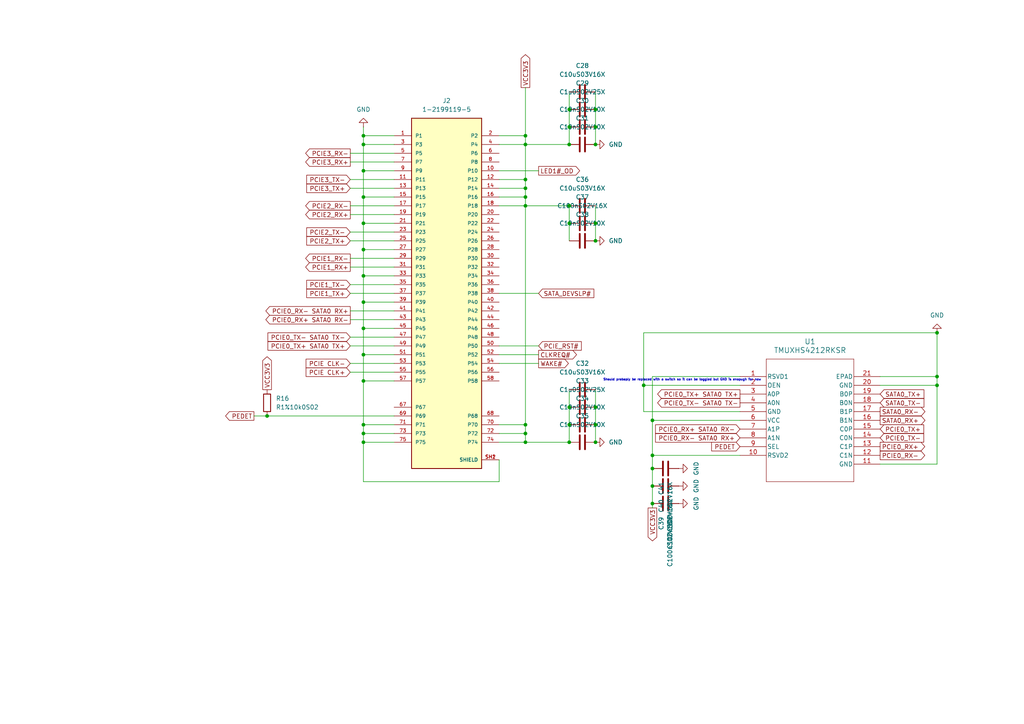
<source format=kicad_sch>
(kicad_sch (version 20250114) (generator "eeschema") (generator_version "9.0")
  (paper "A4")
  (lib_symbols
    (symbol "1-2199119-5:1-2199119-5" (pin_names (offset 1.016))
      (property "Reference" "J" (at -10.1938 51.7746 0))
      (property "Value" "1-2199119-5" (at -10.1934 -53.5506 0))
      (symbol "1-2199119-5_0_0"
        (rectangle (start -10.16 -50.8) (end 10.16 50.8) (stroke (width 0.254)) (fill (type background)))
        (pin passive line (at -15.24 45.72 0) (length 5.08) (name "P1") (number "1"))
        (pin passive line (at -15.24 43.18 0) (length 5.08) (name "P3") (number "3"))
        (pin passive line (at -15.24 40.64 0) (length 5.08) (name "P5") (number "5"))
        (pin passive line (at -15.24 38.1 0) (length 5.08) (name "P7") (number "7"))
        (pin passive line (at -15.24 35.56 0) (length 5.08) (name "P9") (number "9"))
        (pin passive line (at -15.24 33.02 0) (length 5.08) (name "P11") (number "11"))
        (pin passive line (at -15.24 30.48 0) (length 5.08) (name "P13") (number "13"))
        (pin passive line (at -15.24 27.94 0) (length 5.08) (name "P15") (number "15"))
        (pin passive line (at -15.24 25.4 0) (length 5.08) (name "P17") (number "17"))
        (pin passive line (at -15.24 22.86 0) (length 5.08) (name "P19") (number "19"))
        (pin passive line (at -15.24 20.32 0) (length 5.08) (name "P21") (number "21"))
        (pin passive line (at -15.24 17.78 0) (length 5.08) (name "P23") (number "23"))
        (pin passive line (at -15.24 15.24 0) (length 5.08) (name "P25") (number "25"))
        (pin passive line (at -15.24 12.7 0) (length 5.08) (name "P27") (number "27"))
        (pin passive line (at -15.24 10.16 0) (length 5.08) (name "P29") (number "29"))
        (pin passive line (at -15.24 7.62 0) (length 5.08) (name "P31") (number "31"))
        (pin passive line (at -15.24 5.08 0) (length 5.08) (name "P33") (number "33"))
        (pin passive line (at -15.24 2.54 0) (length 5.08) (name "P35") (number "35"))
        (pin passive line (at -15.24 0 0) (length 5.08) (name "P37") (number "37"))
        (pin passive line (at -15.24 -2.54 0) (length 5.08) (name "P39") (number "39"))
        (pin passive line (at -15.24 -5.08 0) (length 5.08) (name "P41") (number "41"))
        (pin passive line (at -15.24 -7.62 0) (length 5.08) (name "P43") (number "43"))
        (pin passive line (at -15.24 -10.16 0) (length 5.08) (name "P45") (number "45"))
        (pin passive line (at -15.24 -12.7 0) (length 5.08) (name "P47") (number "47"))
        (pin passive line (at -15.24 -15.24 0) (length 5.08) (name "P49") (number "49"))
        (pin passive line (at -15.24 -17.78 0) (length 5.08) (name "P51") (number "51"))
        (pin passive line (at -15.24 -20.32 0) (length 5.08) (name "P53") (number "53"))
        (pin passive line (at -15.24 -22.86 0) (length 5.08) (name "P55") (number "55"))
        (pin passive line (at -15.24 -25.4 0) (length 5.08) (name "P57") (number "57"))
        (pin passive line (at -15.24 -33.02 0) (length 5.08) (name "P67") (number "67"))
        (pin passive line (at -15.24 -35.56 0) (length 5.08) (name "P69") (number "69"))
        (pin passive line (at -15.24 -38.1 0) (length 5.08) (name "P71") (number "71"))
        (pin passive line (at -15.24 -40.64 0) (length 5.08) (name "P73") (number "73"))
        (pin passive line (at -15.24 -43.18 0) (length 5.08) (name "P75") (number "75"))
        (pin passive line (at 15.24 45.72 180) (length 5.08) (name "P2") (number "2"))
        (pin passive line (at 15.24 43.18 180) (length 5.08) (name "P4") (number "4"))
        (pin passive line (at 15.24 40.64 180) (length 5.08) (name "P6") (number "6"))
        (pin passive line (at 15.24 38.1 180) (length 5.08) (name "P8") (number "8"))
        (pin passive line (at 15.24 35.56 180) (length 5.08) (name "P10") (number "10"))
        (pin passive line (at 15.24 33.02 180) (length 5.08) (name "P12") (number "12"))
        (pin passive line (at 15.24 30.48 180) (length 5.08) (name "P14") (number "14"))
        (pin passive line (at 15.24 27.94 180) (length 5.08) (name "P16") (number "16"))
        (pin passive line (at 15.24 25.4 180) (length 5.08) (name "P18") (number "18"))
        (pin passive line (at 15.24 22.86 180) (length 5.08) (name "P20") (number "20"))
        (pin passive line (at 15.24 20.32 180) (length 5.08) (name "P22") (number "22"))
        (pin passive line (at 15.24 17.78 180) (length 5.08) (name "P24") (number "24"))
        (pin passive line (at 15.24 15.24 180) (length 5.08) (name "P26") (number "26"))
        (pin passive line (at 15.24 12.7 180) (length 5.08) (name "P28") (number "28"))
        (pin passive line (at 15.24 10.16 180) (length 5.08) (name "P30") (number "30"))
        (pin passive line (at 15.24 7.62 180) (length 5.08) (name "P32") (number "32"))
        (pin passive line (at 15.24 5.08 180) (length 5.08) (name "P34") (number "34"))
        (pin passive line (at 15.24 2.54 180) (length 5.08) (name "P36") (number "36"))
        (pin passive line (at 15.24 0 180) (length 5.08) (name "P38") (number "38"))
        (pin passive line (at 15.24 -2.54 180) (length 5.08) (name "P40") (number "40"))
        (pin passive line (at 15.24 -5.08 180) (length 5.08) (name "P42") (number "42"))
        (pin passive line (at 15.24 -7.62 180) (length 5.08) (name "P44") (number "44"))
        (pin passive line (at 15.24 -10.16 180) (length 5.08) (name "P46") (number "46"))
        (pin passive line (at 15.24 -12.7 180) (length 5.08) (name "P48") (number "48"))
        (pin passive line (at 15.24 -15.24 180) (length 5.08) (name "P50") (number "50"))
        (pin passive line (at 15.24 -17.78 180) (length 5.08) (name "P52") (number "52"))
        (pin passive line (at 15.24 -20.32 180) (length 5.08) (name "P54") (number "54"))
        (pin passive line (at 15.24 -22.86 180) (length 5.08) (name "P56") (number "56"))
        (pin passive line (at 15.24 -25.4 180) (length 5.08) (name "P58") (number "58"))
        (pin passive line (at 15.24 -35.56 180) (length 5.08) (name "P68") (number "68"))
        (pin passive line (at 15.24 -38.1 180) (length 5.08) (name "P70") (number "70"))
        (pin passive line (at 15.24 -40.64 180) (length 5.08) (name "P72") (number "72"))
        (pin passive line (at 15.24 -43.18 180) (length 5.08) (name "P74") (number "74"))
        (pin passive line (at 15.24 -48.26 180) (length 5.08) (name "SHIELD") (number "SH1"))
        (pin passive line (at 15.24 -48.26 180) (length 5.08) (name "SHIELD") (number "SH2"))
      )
    )
    (symbol "Device:C" (pin_numbers (hide yes)) (pin_names (offset 0.254))
      (property "Reference" "C" (at 0.635 2.54 0))
      (property "Value" "C" (at 0.635 -2.54 0))
      (symbol "C_0_1"
        (polyline (pts (xy -2.032 0.762) (xy 2.032 0.762)) (stroke (width 0.508)))
        (polyline (pts (xy -2.032 -0.762) (xy 2.032 -0.762)) (stroke (width 0.508)))
      )
      (symbol "C_1_1"
        (pin passive line (at 0 3.81 270) (length 2.794) (name "~") (number "1"))
        (pin passive line (at 0 -3.81 90) (length 2.794) (name "~") (number "2"))
      )
    )
    (symbol "Device:R" (pin_numbers (hide yes)) (pin_names (offset 0))
      (property "Reference" "R" (at 2.032 0 90))
      (property "Value" "R" (at 0 0 90))
      (symbol "R_0_1"
        (rectangle (start -1.016 -2.54) (end 1.016 2.54) (stroke (width 0.254)))
      )
      (symbol "R_1_1"
        (pin passive line (at 0 3.81 270) (length 1.27) (name "~") (number "1"))
        (pin passive line (at 0 -3.81 90) (length 1.27) (name "~") (number "2"))
      )
    )
    (symbol "TMUXHS4212RKSR:TMUXHS4212RKSR" (pin_names (offset 0.254))
      (property "Reference" "U" (at 20.32 10.16 0))
      (property "Value" "TMUXHS4212RKSR" (at 20.32 7.62 0))
      (symbol "TMUXHS4212RKSR_0_1"
        (polyline (pts (xy 7.62 5.08) (xy 7.62 -30.48)) (stroke (width 0.127)))
        (polyline (pts (xy 7.62 -30.48) (xy 33.02 -30.48)) (stroke (width 0.127)))
        (polyline (pts (xy 33.02 5.08) (xy 7.62 5.08)) (stroke (width 0.127)))
        (polyline (pts (xy 33.02 -30.48) (xy 33.02 5.08)) (stroke (width 0.127)))
        (pin bidirectional line (at 0 0 0) (length 7.62) (name "RSVD1") (number "1"))
        (pin input line (at 0 -2.54 0) (length 7.62) (name "OEN") (number "2"))
        (pin bidirectional line (at 0 -5.08 0) (length 7.62) (name "A0P") (number "3"))
        (pin bidirectional line (at 0 -7.62 0) (length 7.62) (name "A0N") (number "4"))
        (pin power_out line (at 0 -10.16 0) (length 7.62) (name "GND") (number "5"))
        (pin power_in line (at 0 -12.7 0) (length 7.62) (name "VCC") (number "6"))
        (pin bidirectional line (at 0 -15.24 0) (length 7.62) (name "A1P") (number "7"))
        (pin bidirectional line (at 0 -17.78 0) (length 7.62) (name "A1N") (number "8"))
        (pin input line (at 0 -20.32 0) (length 7.62) (name "SEL") (number "9"))
        (pin bidirectional line (at 0 -22.86 0) (length 7.62) (name "RSVD2") (number "10"))
        (pin unspecified line (at 40.64 0 180) (length 7.62) (name "EPAD") (number "21"))
        (pin power_out line (at 40.64 -2.54 180) (length 7.62) (name "GND") (number "20"))
        (pin bidirectional line (at 40.64 -5.08 180) (length 7.62) (name "B0P") (number "19"))
        (pin bidirectional line (at 40.64 -7.62 180) (length 7.62) (name "B0N") (number "18"))
        (pin bidirectional line (at 40.64 -10.16 180) (length 7.62) (name "B1P") (number "17"))
        (pin bidirectional line (at 40.64 -12.7 180) (length 7.62) (name "B1N") (number "16"))
        (pin bidirectional line (at 40.64 -15.24 180) (length 7.62) (name "C0P") (number "15"))
        (pin bidirectional line (at 40.64 -17.78 180) (length 7.62) (name "C0N") (number "14"))
        (pin bidirectional line (at 40.64 -20.32 180) (length 7.62) (name "C1P") (number "13"))
        (pin bidirectional line (at 40.64 -22.86 180) (length 7.62) (name "C1N") (number "12"))
        (pin power_out line (at 40.64 -25.4 180) (length 7.62) (name "GND") (number "11"))
      )
    )
    (symbol "power:GND" (power) (pin_numbers (hide yes)) (pin_names (offset 0) (hide yes))
      (property "Value" "GND" (at 0 -3.81 0))
      (symbol "GND_0_1"
        (polyline (pts (xy 0 0) (xy 0 -1.27) (xy 1.27 -1.27) (xy 0 -2.54) (xy -1.27 -1.27) (xy 0 -1.27)))
      )
      (symbol "GND_1_1"
        (pin power_in line (at 0 0 270) (length 0) (name "~") (number "1"))
      )
    )
  )
  (text "Should probaply be replaced with a switch so it can be toggled but GND is enopugh for now" (at 197.866 110.236 0) (effects (font (size 0.635 0.635))))
  (junction (at 77.47 120.65))
  (junction (at 165.1 59.69))
  (junction (at 105.41 87.63))
  (junction (at 165.1 64.77))
  (junction (at 152.4 39.37))
  (junction (at 271.78 96.52))
  (junction (at 172.72 41.91))
  (junction (at 105.41 39.37))
  (junction (at 105.41 64.77))
  (junction (at 165.1 31.75))
  (junction (at 186.69 111.76))
  (junction (at 189.23 135.89))
  (junction (at 165.1 123.19))
  (junction (at 165.1 36.83))
  (junction (at 165.1 41.91))
  (junction (at 189.23 146.05))
  (junction (at 105.41 57.15))
  (junction (at 105.41 41.91))
  (junction (at 172.72 64.77))
  (junction (at 105.41 123.19))
  (junction (at 105.41 95.25))
  (junction (at 152.4 57.15))
  (junction (at 105.41 102.87))
  (junction (at 165.1 118.11))
  (junction (at 152.4 128.27))
  (junction (at 152.4 54.61))
  (junction (at 172.72 123.19))
  (junction (at 152.4 41.91))
  (junction (at 271.78 109.22))
  (junction (at 105.41 72.39))
  (junction (at 172.72 118.11))
  (junction (at 172.72 128.27))
  (junction (at 152.4 59.69))
  (junction (at 152.4 123.19))
  (junction (at 152.4 125.73))
  (junction (at 105.41 128.27))
  (junction (at 172.72 31.75))
  (junction (at 189.23 132.08))
  (junction (at 165.1 128.27))
  (junction (at 105.41 110.49))
  (junction (at 152.4 52.07))
  (junction (at 172.72 69.85))
  (junction (at 105.41 125.73))
  (junction (at 172.72 36.83))
  (junction (at 189.23 140.97))
  (junction (at 189.23 121.92))
  (junction (at 105.41 80.01))
  (junction (at 271.78 111.76))
  (junction (at 105.41 49.53))
  (wire (pts (xy 152.4 57.15) (xy 152.4 54.61)))
  (wire (pts (xy 101.6 97.79) (xy 114.3 97.79)))
  (wire (pts (xy 172.72 59.69) (xy 172.72 64.77)))
  (wire (pts (xy 165.1 118.11) (xy 165.1 123.19)))
  (wire (pts (xy 172.72 113.03) (xy 172.72 118.11)))
  (wire (pts (xy 255.27 111.76) (xy 271.78 111.76)))
  (wire (pts (xy 144.78 125.73) (xy 152.4 125.73)))
  (wire (pts (xy 152.4 41.91) (xy 165.1 41.91)))
  (wire (pts (xy 101.6 100.33) (xy 114.3 100.33)))
  (wire (pts (xy 189.23 135.89) (xy 189.23 140.97)))
  (wire (pts (xy 186.69 96.52) (xy 271.78 96.52)))
  (wire (pts (xy 105.41 41.91) (xy 105.41 39.37)))
  (wire (pts (xy 172.72 31.75) (xy 172.72 36.83)))
  (wire (pts (xy 172.72 118.11) (xy 172.72 123.19)))
  (wire (pts (xy 77.47 120.65) (xy 114.3 120.65)))
  (wire (pts (xy 105.41 72.39) (xy 105.41 64.77)))
  (wire (pts (xy 101.6 77.47) (xy 114.3 77.47)))
  (wire (pts (xy 186.69 111.76) (xy 214.63 111.76)))
  (wire (pts (xy 114.3 57.15) (xy 105.41 57.15)))
  (wire (pts (xy 105.41 123.19) (xy 105.41 110.49)))
  (wire (pts (xy 114.3 49.53) (xy 105.41 49.53)))
  (wire (pts (xy 114.3 72.39) (xy 105.41 72.39)))
  (wire (pts (xy 144.78 128.27) (xy 152.4 128.27)))
  (wire (pts (xy 105.41 57.15) (xy 105.41 49.53)))
  (wire (pts (xy 105.41 49.53) (xy 105.41 41.91)))
  (wire (pts (xy 189.23 146.05) (xy 189.23 147.32)))
  (wire (pts (xy 105.41 95.25) (xy 105.41 102.87)))
  (wire (pts (xy 105.41 64.77) (xy 105.41 57.15)))
  (wire (pts (xy 105.41 110.49) (xy 105.41 102.87)))
  (wire (pts (xy 101.6 105.41) (xy 114.3 105.41)))
  (wire (pts (xy 144.78 102.87) (xy 156.21 102.87)))
  (wire (pts (xy 114.3 87.63) (xy 105.41 87.63)))
  (wire (pts (xy 105.41 87.63) (xy 105.41 80.01)))
  (wire (pts (xy 172.72 64.77) (xy 172.72 69.85)))
  (wire (pts (xy 165.1 59.69) (xy 165.1 64.77)))
  (wire (pts (xy 189.23 132.08) (xy 189.23 135.89)))
  (wire (pts (xy 114.3 95.25) (xy 105.41 95.25)))
  (wire (pts (xy 152.4 59.69) (xy 165.1 59.69)))
  (wire (pts (xy 73.66 120.65) (xy 77.47 120.65)))
  (wire (pts (xy 144.78 59.69) (xy 152.4 59.69)))
  (wire (pts (xy 152.4 25.4) (xy 152.4 39.37)))
  (wire (pts (xy 105.41 95.25) (xy 105.41 87.63)))
  (wire (pts (xy 152.4 128.27) (xy 165.1 128.27)))
  (wire (pts (xy 214.63 119.38) (xy 186.69 119.38)))
  (wire (pts (xy 144.78 52.07) (xy 152.4 52.07)))
  (wire (pts (xy 114.3 123.19) (xy 105.41 123.19)))
  (wire (pts (xy 165.1 26.67) (xy 165.1 31.75)))
  (wire (pts (xy 271.78 109.22) (xy 271.78 96.52)))
  (wire (pts (xy 152.4 59.69) (xy 152.4 57.15)))
  (wire (pts (xy 172.72 26.67) (xy 172.72 31.75)))
  (wire (pts (xy 101.6 46.99) (xy 114.3 46.99)))
  (wire (pts (xy 101.6 62.23) (xy 114.3 62.23)))
  (wire (pts (xy 144.78 139.7) (xy 105.41 139.7)))
  (wire (pts (xy 144.78 54.61) (xy 152.4 54.61)))
  (wire (pts (xy 101.6 90.17) (xy 114.3 90.17)))
  (wire (pts (xy 255.27 109.22) (xy 271.78 109.22)))
  (wire (pts (xy 165.1 113.03) (xy 165.1 118.11)))
  (wire (pts (xy 101.6 67.31) (xy 114.3 67.31)))
  (wire (pts (xy 101.6 92.71) (xy 114.3 92.71)))
  (wire (pts (xy 172.72 36.83) (xy 172.72 41.91)))
  (wire (pts (xy 165.1 64.77) (xy 165.1 69.85)))
  (wire (pts (xy 152.4 123.19) (xy 152.4 59.69)))
  (wire (pts (xy 114.3 39.37) (xy 105.41 39.37)))
  (wire (pts (xy 105.41 125.73) (xy 105.41 123.19)))
  (wire (pts (xy 101.6 44.45) (xy 114.3 44.45)))
  (wire (pts (xy 114.3 102.87) (xy 105.41 102.87)))
  (wire (pts (xy 101.6 54.61) (xy 114.3 54.61)))
  (wire (pts (xy 144.78 123.19) (xy 152.4 123.19)))
  (wire (pts (xy 101.6 107.95) (xy 114.3 107.95)))
  (wire (pts (xy 144.78 105.41) (xy 156.21 105.41)))
  (wire (pts (xy 152.4 125.73) (xy 152.4 123.19)))
  (wire (pts (xy 105.41 128.27) (xy 105.41 125.73)))
  (wire (pts (xy 144.78 85.09) (xy 156.21 85.09)))
  (wire (pts (xy 101.6 74.93) (xy 114.3 74.93)))
  (wire (pts (xy 189.23 121.92) (xy 189.23 109.22)))
  (wire (pts (xy 114.3 64.77) (xy 105.41 64.77)))
  (wire (pts (xy 189.23 121.92) (xy 214.63 121.92)))
  (wire (pts (xy 114.3 110.49) (xy 105.41 110.49)))
  (wire (pts (xy 189.23 121.92) (xy 189.23 132.08)))
  (wire (pts (xy 189.23 140.97) (xy 189.23 146.05)))
  (wire (pts (xy 144.78 41.91) (xy 152.4 41.91)))
  (wire (pts (xy 144.78 49.53) (xy 156.21 49.53)))
  (wire (pts (xy 101.6 69.85) (xy 114.3 69.85)))
  (wire (pts (xy 189.23 132.08) (xy 214.63 132.08)))
  (wire (pts (xy 271.78 134.62) (xy 271.78 111.76)))
  (wire (pts (xy 152.4 52.07) (xy 152.4 41.91)))
  (wire (pts (xy 101.6 59.69) (xy 114.3 59.69)))
  (wire (pts (xy 165.1 31.75) (xy 165.1 36.83)))
  (wire (pts (xy 271.78 111.76) (xy 271.78 109.22)))
  (wire (pts (xy 186.69 119.38) (xy 186.69 111.76)))
  (wire (pts (xy 105.41 39.37) (xy 105.41 36.83)))
  (wire (pts (xy 152.4 41.91) (xy 152.4 39.37)))
  (wire (pts (xy 114.3 41.91) (xy 105.41 41.91)))
  (wire (pts (xy 189.23 109.22) (xy 214.63 109.22)))
  (wire (pts (xy 114.3 80.01) (xy 105.41 80.01)))
  (wire (pts (xy 165.1 36.83) (xy 165.1 41.91)))
  (wire (pts (xy 255.27 134.62) (xy 271.78 134.62)))
  (wire (pts (xy 105.41 139.7) (xy 105.41 128.27)))
  (wire (pts (xy 144.78 100.33) (xy 156.21 100.33)))
  (wire (pts (xy 186.69 111.76) (xy 186.69 96.52)))
  (wire (pts (xy 165.1 123.19) (xy 165.1 128.27)))
  (wire (pts (xy 114.3 125.73) (xy 105.41 125.73)))
  (wire (pts (xy 114.3 128.27) (xy 105.41 128.27)))
  (wire (pts (xy 172.72 123.19) (xy 172.72 128.27)))
  (wire (pts (xy 101.6 52.07) (xy 114.3 52.07)))
  (wire (pts (xy 152.4 54.61) (xy 152.4 52.07)))
  (wire (pts (xy 105.41 80.01) (xy 105.41 72.39)))
  (wire (pts (xy 152.4 128.27) (xy 152.4 125.73)))
  (wire (pts (xy 101.6 85.09) (xy 114.3 85.09)))
  (wire (pts (xy 101.6 82.55) (xy 114.3 82.55)))
  (wire (pts (xy 144.78 133.35) (xy 144.78 139.7)))
  (wire (pts (xy 152.4 39.37) (xy 144.78 39.37)))
  (wire (pts (xy 144.78 57.15) (xy 152.4 57.15)))
  (global_label "PCIE2_TX+" (shape input) (at 101.6 69.85 180) (property "Intersheetrefs" "${INTERSHEET_REFS}" (effects (hide yes))))
  (global_label "SATA0_RX+" (shape output) (at 255.27 121.92 0) (property "Intersheetrefs" "${INTERSHEET_REFS}" (effects (hide yes))))
  (global_label "PCIE CLK-" (shape input) (at 101.6 105.41 180) (property "Intersheetrefs" "${INTERSHEET_REFS}" (effects (hide yes))))
  (global_label "VCC3V3" (shape output) (at 189.23 147.32 270) (property "Intersheetrefs" "${INTERSHEET_REFS}" (effects (hide yes))))
  (global_label "PEDET" (shape output) (at 73.66 120.65 180) (property "Intersheetrefs" "${INTERSHEET_REFS}" (effects (hide yes))))
  (global_label "PEDET" (shape input) (at 214.63 129.54 180) (property "Intersheetrefs" "${INTERSHEET_REFS}" (effects (hide yes))))
  (global_label "SATA0_TX+" (shape input) (at 255.27 114.3 0) (property "Intersheetrefs" "${INTERSHEET_REFS}" (effects (hide yes))))
  (global_label "PCIE3_RX-" (shape output) (at 101.6 44.45 180) (property "Intersheetrefs" "${INTERSHEET_REFS}" (effects (hide yes))))
  (global_label "PCIE0_TX- SATA0 TX-" (shape output) (at 214.63 116.84 180) (property "Intersheetrefs" "${INTERSHEET_REFS}" (effects (hide yes))))
  (global_label "PCIE1_RX+" (shape output) (at 101.6 77.47 180) (property "Intersheetrefs" "${INTERSHEET_REFS}" (effects (hide yes))))
  (global_label "PCIE0_RX- SATA0 RX+" (shape input) (at 214.63 127 180) (property "Intersheetrefs" "${INTERSHEET_REFS}" (effects (hide yes))))
  (global_label "SATA0_RX-" (shape output) (at 255.27 119.38 0) (property "Intersheetrefs" "${INTERSHEET_REFS}" (effects (hide yes))))
  (global_label "PCIE1_TX-" (shape input) (at 101.6 82.55 180) (property "Intersheetrefs" "${INTERSHEET_REFS}" (effects (hide yes))))
  (global_label "PCIE2_RX+" (shape output) (at 101.6 62.23 180) (property "Intersheetrefs" "${INTERSHEET_REFS}" (effects (hide yes))))
  (global_label "CLKREQ#" (shape output) (at 156.21 102.87 0) (property "Intersheetrefs" "${INTERSHEET_REFS}" (effects (hide yes))))
  (global_label "PCIE0_RX- SATA0 RX+" (shape output) (at 101.6 90.17 180) (property "Intersheetrefs" "${INTERSHEET_REFS}" (effects (hide yes))))
  (global_label "VCC3V3" (shape output) (at 152.4 25.4 90) (property "Intersheetrefs" "${INTERSHEET_REFS}" (effects (hide yes))))
  (global_label "PCIE0_RX+" (shape output) (at 255.27 129.54 0) (property "Intersheetrefs" "${INTERSHEET_REFS}" (effects (hide yes))))
  (global_label "VCC3V3" (shape output) (at 77.47 113.03 90) (property "Intersheetrefs" "${INTERSHEET_REFS}" (effects (hide yes))))
  (global_label "LED1#_OD" (shape output) (at 156.21 49.53 0) (property "Intersheetrefs" "${INTERSHEET_REFS}" (effects (hide yes))))
  (global_label "SATA0_TX-" (shape input) (at 255.27 116.84 0) (property "Intersheetrefs" "${INTERSHEET_REFS}" (effects (hide yes))))
  (global_label "WAKE#" (shape output) (at 156.21 105.41 0) (property "Intersheetrefs" "${INTERSHEET_REFS}" (effects (hide yes))))
  (global_label "PCIE0_TX-" (shape input) (at 255.27 127 0) (property "Intersheetrefs" "${INTERSHEET_REFS}" (effects (hide yes))))
  (global_label "PCIE0_RX+ SATA0 RX-" (shape output) (at 101.6 92.71 180) (property "Intersheetrefs" "${INTERSHEET_REFS}" (effects (hide yes))))
  (global_label "PCIE2_RX-" (shape output) (at 101.6 59.69 180) (property "Intersheetrefs" "${INTERSHEET_REFS}" (effects (hide yes))))
  (global_label "PCIE0_TX+ SATA0 TX+" (shape output) (at 214.63 114.3 180) (property "Intersheetrefs" "${INTERSHEET_REFS}" (effects (hide yes))))
  (global_label "PCIE3_TX+" (shape input) (at 101.6 54.61 180) (property "Intersheetrefs" "${INTERSHEET_REFS}" (effects (hide yes))))
  (global_label "PCIE0_TX- SATA0 TX-" (shape input) (at 101.6 97.79 180) (property "Intersheetrefs" "${INTERSHEET_REFS}" (effects (hide yes))))
  (global_label "PCIE2_TX-" (shape input) (at 101.6 67.31 180) (property "Intersheetrefs" "${INTERSHEET_REFS}" (effects (hide yes))))
  (global_label "PCIE3_TX-" (shape input) (at 101.6 52.07 180) (property "Intersheetrefs" "${INTERSHEET_REFS}" (effects (hide yes))))
  (global_label "PCIE1_TX+" (shape input) (at 101.6 85.09 180) (property "Intersheetrefs" "${INTERSHEET_REFS}" (effects (hide yes))))
  (global_label "PCIE0_TX+" (shape input) (at 255.27 124.46 0) (property "Intersheetrefs" "${INTERSHEET_REFS}" (effects (hide yes))))
  (global_label "PCIE3_RX+" (shape output) (at 101.6 46.99 180) (property "Intersheetrefs" "${INTERSHEET_REFS}" (effects (hide yes))))
  (global_label "PCIE1_RX-" (shape output) (at 101.6 74.93 180) (property "Intersheetrefs" "${INTERSHEET_REFS}" (effects (hide yes))))
  (global_label "PCIE0_TX+ SATA0 TX+" (shape input) (at 101.6 100.33 180) (property "Intersheetrefs" "${INTERSHEET_REFS}" (effects (hide yes))))
  (global_label "PCIE_RST#" (shape input) (at 156.21 100.33 0) (property "Intersheetrefs" "${INTERSHEET_REFS}" (effects (hide yes))))
  (global_label "PCIE0_RX-" (shape output) (at 255.27 132.08 0) (property "Intersheetrefs" "${INTERSHEET_REFS}" (effects (hide yes))))
  (global_label "PCIE CLK+" (shape input) (at 101.6 107.95 180) (property "Intersheetrefs" "${INTERSHEET_REFS}" (effects (hide yes))))
  (global_label "PCIE0_RX+ SATA0 RX-" (shape input) (at 214.63 124.46 180) (property "Intersheetrefs" "${INTERSHEET_REFS}" (effects (hide yes))))
  (global_label "SATA_DEVSLP#" (shape input) (at 156.21 85.09 0) (property "Intersheetrefs" "${INTERSHEET_REFS}" (effects (hide yes))))
  (symbol (lib_id "Device:C") (at 193.04 140.97 90) (mirror x) (unit 1)
    (property "Reference" "C40" (at 191.7699 144.78 0) (effects (justify left)))
    (property "Value" "C100nS02V16X" (at 194.3099 144.78 0) (effects (justify left)))
    (property "Description" "Unpolarized capacitor" (effects (hide yes)))
  )
  (symbol (lib_id "TMUXHS4212RKSR:TMUXHS4212RKSR") (at 214.63 109.22 0) (unit 1)
    (property "Reference" "U1" (at 234.95 99.06 0) (effects (font (size 1.524 1.524))))
    (property "Value" "TMUXHS4212RKSR" (at 234.95 101.6 0) (effects (font (size 1.524 1.524))))
    (property "Footprint" "VQFN20_RKS_TEX" (effects (hide yes)))
    (property "Datasheet" "https://www.ti.com/lit/gpn/tmuxhs4212" (effects (hide yes)))
  )
  (symbol (lib_id "Device:C") (at 168.91 113.03 90) (unit 1)
    (property "Reference" "C32" (at 168.91 105.41 90))
    (property "Value" "C10uS03V16X" (at 168.91 107.95 90))
    (property "Description" "Unpolarized capacitor" (effects (hide yes)))
  )
  (symbol (lib_id "Device:C") (at 168.91 31.75 90) (unit 1)
    (property "Reference" "C29" (at 168.91 24.13 90))
    (property "Value" "C1u0S02V25X" (at 168.91 26.67 90))
    (property "Description" "Unpolarized capacitor" (effects (hide yes)))
  )
  (symbol (lib_id "Device:R") (at 77.47 116.84 0) (unit 1)
    (property "Reference" "R16" (at 80.01 115.5699 0) (effects (justify left)))
    (property "Value" "R1%10k0S02" (at 80.01 118.1099 0) (effects (justify left)))
    (property "Description" "Resistor" (effects (hide yes)))
  )
  (symbol (lib_id "power:GND") (at 172.72 128.27 90) (unit 1)
    (property "Reference" "#PWR0104" (effects (hide yes)))
    (property "Value" "GND" (at 176.53 128.2699 90) (effects (justify right)))
    (property "Description" "Power symbol creates a global label with name \"GND\" , ground" (effects (hide yes)))
  )
  (symbol (lib_id "power:GND") (at 271.78 96.52 180) (unit 1)
    (property "Reference" "#PWR0106" (effects (hide yes)))
    (property "Value" "GND" (at 271.78 91.44 0))
    (property "Description" "Power symbol creates a global label with name \"GND\" , ground" (effects (hide yes)))
  )
  (symbol (lib_id "Device:C") (at 168.91 69.85 90) (unit 1)
    (property "Reference" "C38" (at 168.91 62.23 90))
    (property "Value" "C10nS02V10X" (at 168.91 64.77 90))
    (property "Description" "Unpolarized capacitor" (effects (hide yes)))
  )
  (symbol (lib_id "power:GND") (at 172.72 69.85 90) (unit 1)
    (property "Reference" "#PWR0105" (effects (hide yes)))
    (property "Value" "GND" (at 176.53 69.8499 90) (effects (justify right)))
    (property "Description" "Power symbol creates a global label with name \"GND\" , ground" (effects (hide yes)))
  )
  (symbol (lib_id "Device:C") (at 168.91 41.91 90) (unit 1)
    (property "Reference" "C31" (at 168.91 34.29 90))
    (property "Value" "C10nS02V10X" (at 168.91 36.83 90))
    (property "Description" "Unpolarized capacitor" (effects (hide yes)))
  )
  (symbol (lib_id "power:GND") (at 196.85 135.89 90) (mirror x) (unit 1)
    (property "Reference" "#PWR0107" (effects (hide yes)))
    (property "Value" "GND" (at 201.93 135.89 0))
    (property "Description" "Power symbol creates a global label with name \"GND\" , ground" (effects (hide yes)))
  )
  (symbol (lib_id "Device:C") (at 168.91 64.77 90) (unit 1)
    (property "Reference" "C37" (at 168.91 57.15 90))
    (property "Value" "C100nS02V16X" (at 168.91 59.69 90))
    (property "Description" "Unpolarized capacitor" (effects (hide yes)))
  )
  (symbol (lib_id "1-2199119-5:1-2199119-5") (at 129.54 85.09 0) (unit 1)
    (property "Reference" "J2" (at 129.54 29.21 0))
    (property "Value" "1-2199119-5" (at 129.54 31.75 0))
    (property "Footprint" "1-2199119-5:TE_1-2199119-5" (effects (hide yes)))
    (property "Comment" "1-2199119-5" (effects (hide yes)))
    (property "MF" "TE Connectivity" (effects (hide yes)))
    (property "PACKAGE" "None" (effects (hide yes)))
    (property "PRICE" "None" (effects (hide yes)))
    (property "Package" "None" (effects (hide yes)))
    (property "Check_prices" "https://www.snapeda.com/parts/1-2199119-5/TE+Connectivity+AMP+Connectors/view-part/?ref=eda" (effects (hide yes)))
    (property "Price" "None" (effects (hide yes)))
    (property "SnapEDA_Link" "https://www.snapeda.com/parts/1-2199119-5/TE+Connectivity+AMP+Connectors/view-part/?ref=snap" (effects (hide yes)))
    (property "MP" "1-2199119-5" (effects (hide yes)))
    (property "Availability" "In Stock" (effects (hide yes)))
    (property "AVAILABILITY" "Unavailable" (effects (hide yes)))
    (property "Description_1" "M.2 0.5PITCH 3.2H KEY M 15Uinch AU, M.2 Connectors | TE Connectivity 1-2199119-5" (effects (hide yes)))
  )
  (symbol (lib_id "power:GND") (at 196.85 140.97 90) (mirror x) (unit 1)
    (property "Reference" "#PWR0108" (effects (hide yes)))
    (property "Value" "GND" (at 201.93 140.97 0))
    (property "Description" "Power symbol creates a global label with name \"GND\" , ground" (effects (hide yes)))
  )
  (symbol (lib_id "Device:C") (at 168.91 59.69 90) (unit 1)
    (property "Reference" "C36" (at 168.91 52.07 90))
    (property "Value" "C10uS03V16X" (at 168.91 54.61 90))
    (property "Description" "Unpolarized capacitor" (effects (hide yes)))
  )
  (symbol (lib_id "power:GND") (at 196.85 146.05 90) (mirror x) (unit 1)
    (property "Reference" "#PWR0109" (effects (hide yes)))
    (property "Value" "GND" (at 201.93 146.05 0))
    (property "Description" "Power symbol creates a global label with name \"GND\" , ground" (effects (hide yes)))
  )
  (symbol (lib_id "Device:C") (at 193.04 135.89 90) (mirror x) (unit 1)
    (property "Reference" "C41" (at 191.7699 139.7 0) (effects (justify left)))
    (property "Value" "C100nS02V16X" (at 194.3099 139.7 0) (effects (justify left)))
    (property "Description" "Unpolarized capacitor" (effects (hide yes)))
  )
  (symbol (lib_id "Device:C") (at 168.91 36.83 90) (unit 1)
    (property "Reference" "C30" (at 168.91 29.21 90))
    (property "Value" "C10nS02V10X" (at 168.91 31.75 90))
    (property "Description" "Unpolarized capacitor" (effects (hide yes)))
  )
  (symbol (lib_id "Device:C") (at 193.04 146.05 90) (mirror x) (unit 1)
    (property "Reference" "C39" (at 191.7699 149.86 0) (effects (justify left)))
    (property "Value" "C100nS02V16X" (at 194.3099 149.86 0) (effects (justify left)))
    (property "Description" "Unpolarized capacitor" (effects (hide yes)))
  )
  (symbol (lib_id "Device:C") (at 168.91 118.11 90) (unit 1)
    (property "Reference" "C33" (at 168.91 110.49 90))
    (property "Value" "C1u0S02V25X" (at 168.91 113.03 90))
    (property "Description" "Unpolarized capacitor" (effects (hide yes)))
  )
  (symbol (lib_id "power:GND") (at 172.72 41.91 90) (unit 1)
    (property "Reference" "#PWR077" (effects (hide yes)))
    (property "Value" "GND" (at 176.53 41.9099 90) (effects (justify right)))
    (property "Description" "Power symbol creates a global label with name \"GND\" , ground" (effects (hide yes)))
  )
  (symbol (lib_id "power:GND") (at 105.41 36.83 180) (unit 1)
    (property "Reference" "#PWR01" (effects (hide yes)))
    (property "Value" "GND" (at 105.41 31.75 0))
    (property "Description" "Power symbol creates a global label with name \"GND\" , ground" (effects (hide yes)))
  )
  (symbol (lib_id "Device:C") (at 168.91 128.27 90) (unit 1)
    (property "Reference" "C35" (at 168.91 120.65 90))
    (property "Value" "C10nS02V10X" (at 168.91 123.19 90))
    (property "Description" "Unpolarized capacitor" (effects (hide yes)))
  )
  (symbol (lib_id "Device:C") (at 168.91 123.19 90) (unit 1)
    (property "Reference" "C34" (at 168.91 115.57 90))
    (property "Value" "C10nS02V10X" (at 168.91 118.11 90))
    (property "Description" "Unpolarized capacitor" (effects (hide yes)))
  )
  (symbol (lib_id "Device:C") (at 168.91 26.67 90) (unit 1)
    (property "Reference" "C28" (at 168.91 19.05 90))
    (property "Value" "C10uS03V16X" (at 168.91 21.59 90))
    (property "Description" "Unpolarized capacitor" (effects (hide yes)))
  )
)
</source>
